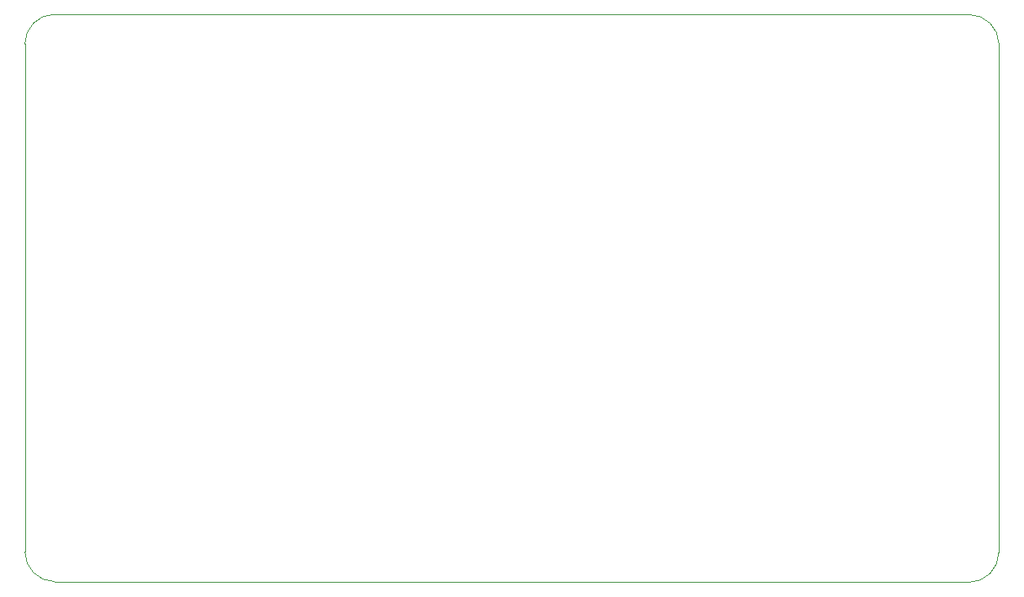
<source format=gm1>
G04 #@! TF.GenerationSoftware,KiCad,Pcbnew,8.0.8*
G04 #@! TF.CreationDate,2025-07-30T13:33:19+02:00*
G04 #@! TF.ProjectId,overlord,6f766572-6c6f-4726-942e-6b696361645f,rev?*
G04 #@! TF.SameCoordinates,Original*
G04 #@! TF.FileFunction,Profile,NP*
%FSLAX46Y46*%
G04 Gerber Fmt 4.6, Leading zero omitted, Abs format (unit mm)*
G04 Created by KiCad (PCBNEW 8.0.8) date 2025-07-30 13:33:19*
%MOMM*%
%LPD*%
G01*
G04 APERTURE LIST*
G04 #@! TA.AperFunction,Profile*
%ADD10C,0.100000*%
G04 #@! TD*
G04 APERTURE END LIST*
D10*
X162997362Y-52839844D02*
G75*
G02*
X165996895Y-55787221I38J-2999956D01*
G01*
X67900000Y-55800000D02*
X67900000Y-107000000D01*
X67900000Y-55800000D02*
G75*
G02*
X70900000Y-52800000I3000000J0D01*
G01*
X165978680Y-107078680D02*
X166000000Y-55900000D01*
X70900000Y-110000000D02*
G75*
G02*
X67900000Y-107000000I0J3000000D01*
G01*
X70900000Y-52800000D02*
X162997368Y-52839844D01*
X70900000Y-110000000D02*
X162978680Y-110078680D01*
X165978680Y-107078680D02*
G75*
G02*
X162978680Y-110078680I-2999980J-20D01*
G01*
X166000000Y-55900000D02*
X165996899Y-55787221D01*
M02*

</source>
